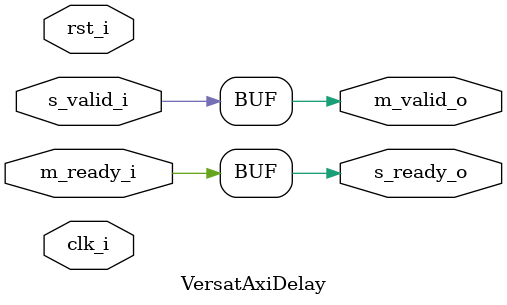
<source format=v>
`timescale 1ns / 1ps

`define VERSAT_SIM_DELAY 0

`ifdef SIM

`undef VERSAT_SIM_DELAY

`ifdef VERSAT_SIM_AXI_DELAY
`define VERSAT_SIM_DELAY VERSAT_SIM_AXI_DELAY
`else
`define VERSAT_SIM_DELAY 3
`endif

`endif

module VersatAxiDelay #(
   parameter MAX_DELAY = `VERSAT_SIM_DELAY
) (
   input      s_valid_i,
   output reg s_ready_o,

   output reg m_valid_o,
   input      m_ready_i,

   input clk_i,
   input rst_i
);

   generate 
   if(MAX_DELAY == 0) begin
      always @* begin
         s_ready_o = m_ready_i;
         m_valid_o = s_valid_i;
      end
   end else begin
      reg [$clog2(MAX_DELAY):0] counter;
      always @(posedge clk_i, posedge rst_i) begin
         if (rst_i) begin
            counter <= 0;
         end else begin
            if ((counter == 0) && m_valid_o && m_ready_i) begin
               counter <= ($urandom % MAX_DELAY);
            end

            if (counter) counter <= counter - 1;
         end
      end

      always @* begin
         s_ready_o = 1'b0;
         m_valid_o = 1'b0;

         if (counter == 0) begin
            s_ready_o = m_ready_i;
            m_valid_o = s_valid_i;
         end
      end
   end
   endgenerate

endmodule  // AxiDelay

`undef VERSAT_SIM_DELAY

</source>
